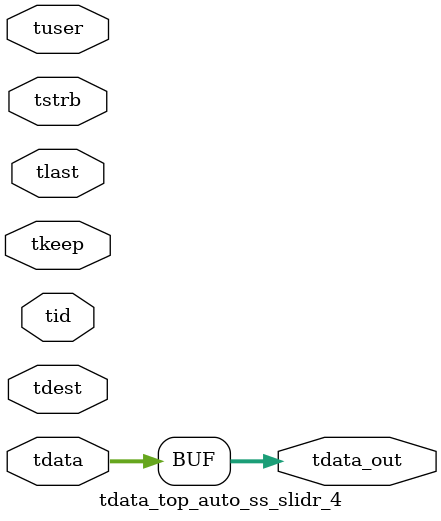
<source format=v>


`timescale 1ps/1ps

module tdata_top_auto_ss_slidr_4 #
(
parameter C_S_AXIS_TDATA_WIDTH = 32,
parameter C_S_AXIS_TUSER_WIDTH = 0,
parameter C_S_AXIS_TID_WIDTH   = 0,
parameter C_S_AXIS_TDEST_WIDTH = 0,
parameter C_M_AXIS_TDATA_WIDTH = 32
)
(
input  [(C_S_AXIS_TDATA_WIDTH == 0 ? 1 : C_S_AXIS_TDATA_WIDTH)-1:0     ] tdata,
input  [(C_S_AXIS_TUSER_WIDTH == 0 ? 1 : C_S_AXIS_TUSER_WIDTH)-1:0     ] tuser,
input  [(C_S_AXIS_TID_WIDTH   == 0 ? 1 : C_S_AXIS_TID_WIDTH)-1:0       ] tid,
input  [(C_S_AXIS_TDEST_WIDTH == 0 ? 1 : C_S_AXIS_TDEST_WIDTH)-1:0     ] tdest,
input  [(C_S_AXIS_TDATA_WIDTH/8)-1:0 ] tkeep,
input  [(C_S_AXIS_TDATA_WIDTH/8)-1:0 ] tstrb,
input                                                                    tlast,
output [C_M_AXIS_TDATA_WIDTH-1:0] tdata_out
);

assign tdata_out = {tdata[31:0]};

endmodule


</source>
